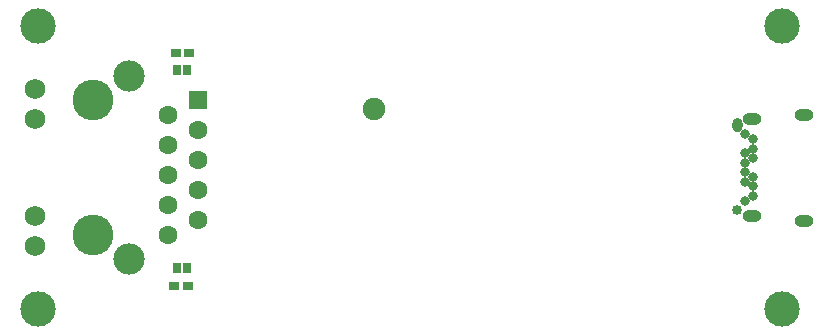
<source format=gbs>
G04*
G04 #@! TF.GenerationSoftware,Altium Limited,Altium Designer Agile,26.0.0 (14)*
G04*
G04 Layer_Color=16711935*
%FSLAX25Y25*%
%MOIN*%
G70*
G04*
G04 #@! TF.SameCoordinates,7524BEC1-89ED-4D1E-BEAD-273B5B3E8E6B*
G04*
G04*
G04 #@! TF.FilePolarity,Negative*
G04*
G01*
G75*
%ADD41R,0.03753X0.03162*%
%ADD42C,0.07493*%
%ADD44R,0.03162X0.03320*%
%ADD56C,0.11811*%
%ADD57C,0.03162*%
%ADD58O,0.06312X0.03950*%
%ADD59C,0.03359*%
%ADD60C,0.13595*%
%ADD61C,0.10426*%
%ADD62C,0.06304*%
%ADD63C,0.06824*%
%ADD64R,0.06304X0.06304*%
G36*
X243449Y73905D02*
X243453Y73992D01*
X243465Y74079D01*
X243480Y74165D01*
X243500Y74252D01*
X243528Y74335D01*
X243555Y74417D01*
X243590Y74500D01*
X243626Y74579D01*
X243669Y74654D01*
X243717Y74728D01*
X243764Y74803D01*
X243819Y74870D01*
X243874Y74937D01*
X243933Y75004D01*
X244000Y75063D01*
X244067Y75118D01*
X244134Y75173D01*
X244209Y75221D01*
X244280Y75268D01*
X244358Y75311D01*
X244437Y75346D01*
X244520Y75382D01*
X244602Y75410D01*
X244685Y75437D01*
X244772Y75457D01*
X244858Y75472D01*
X244945Y75484D01*
X245031Y75488D01*
X245118Y75492D01*
X245205Y75488D01*
X245291Y75484D01*
X245378Y75472D01*
X245465Y75457D01*
X245551Y75437D01*
X245634Y75410D01*
X245717Y75382D01*
X245799Y75346D01*
X245878Y75311D01*
X245953Y75268D01*
X246028Y75221D01*
X246102Y75173D01*
X246169Y75118D01*
X246236Y75063D01*
X246303Y75004D01*
X246362Y74937D01*
X246417Y74870D01*
X246472Y74803D01*
X246520Y74728D01*
X246567Y74654D01*
X246610Y74579D01*
X246646Y74500D01*
X246681Y74417D01*
X246709Y74335D01*
X246736Y74252D01*
X246756Y74165D01*
X246772Y74079D01*
X246783Y73992D01*
X246787Y73905D01*
X246791Y73819D01*
Y72638D01*
X246787Y72551D01*
X246783Y72465D01*
X246772Y72378D01*
X246756Y72291D01*
X246736Y72205D01*
X246709Y72122D01*
X246681Y72039D01*
X246646Y71957D01*
X246610Y71878D01*
X246567Y71799D01*
X246520Y71728D01*
X246472Y71654D01*
X246417Y71587D01*
X246362Y71520D01*
X246303Y71453D01*
X246236Y71394D01*
X246169Y71339D01*
X246102Y71284D01*
X246028Y71236D01*
X245953Y71189D01*
X245878Y71146D01*
X245799Y71110D01*
X245717Y71075D01*
X245634Y71047D01*
X245551Y71020D01*
X245465Y71000D01*
X245378Y70984D01*
X245291Y70973D01*
X245205Y70969D01*
X245118Y70965D01*
X245031Y70969D01*
X244945Y70973D01*
X244858Y70984D01*
X244772Y71000D01*
X244685Y71020D01*
X244602Y71047D01*
X244520Y71075D01*
X244437Y71110D01*
X244358Y71146D01*
X244280Y71189D01*
X244209Y71236D01*
X244134Y71284D01*
X244067Y71339D01*
X244000Y71394D01*
X243933Y71453D01*
X243874Y71520D01*
X243819Y71587D01*
X243764Y71654D01*
X243717Y71728D01*
X243669Y71799D01*
X243626Y71878D01*
X243590Y71957D01*
X243555Y72039D01*
X243528Y72122D01*
X243500Y72205D01*
X243480Y72291D01*
X243465Y72378D01*
X243453Y72465D01*
X243449Y72551D01*
X243445Y72638D01*
Y73819D01*
X243449Y73905D01*
D02*
G37*
D41*
X61819Y19579D02*
D03*
X57291D02*
D03*
X62402Y97260D02*
D03*
X57874D02*
D03*
D42*
X124016Y78740D02*
D03*
D44*
X58307Y91634D02*
D03*
X61772D02*
D03*
X58307Y25591D02*
D03*
X61772D02*
D03*
D56*
X259842Y106299D02*
D03*
Y11811D02*
D03*
X11811D02*
D03*
Y106299D02*
D03*
D57*
X250433Y49606D02*
D03*
Y52756D02*
D03*
Y65354D02*
D03*
Y68504D02*
D03*
X247677Y63779D02*
D03*
Y54331D02*
D03*
Y60630D02*
D03*
Y57480D02*
D03*
X250433Y62205D02*
D03*
X247677Y70079D02*
D03*
Y48031D02*
D03*
X250433Y55905D02*
D03*
D58*
X250000Y42795D02*
D03*
Y75315D02*
D03*
X267323Y41378D02*
D03*
Y76732D02*
D03*
D59*
X245118Y44882D02*
D03*
Y73228D02*
D03*
D60*
X30315Y36555D02*
D03*
Y81555D02*
D03*
D61*
X42323Y89547D02*
D03*
Y28563D02*
D03*
D62*
X55315Y36535D02*
D03*
X65315Y71575D02*
D03*
X55315Y76535D02*
D03*
X65315Y51575D02*
D03*
X55315Y66535D02*
D03*
Y56535D02*
D03*
X65315Y61575D02*
D03*
Y41575D02*
D03*
X55315Y46535D02*
D03*
D63*
X11024Y42972D02*
D03*
Y75138D02*
D03*
Y85138D02*
D03*
Y32972D02*
D03*
D64*
X65315Y81575D02*
D03*
M02*

</source>
